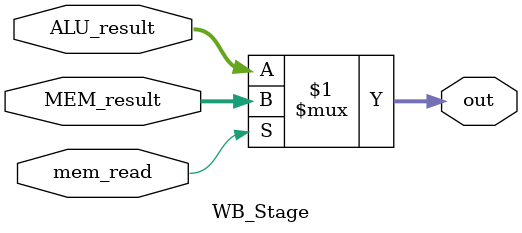
<source format=v>
module WB_Stage(input[31:0] MEM_result, ALU_result, input mem_read, output[31:0] out);
  assign out = mem_read ? MEM_result : ALU_result;
endmodule
</source>
